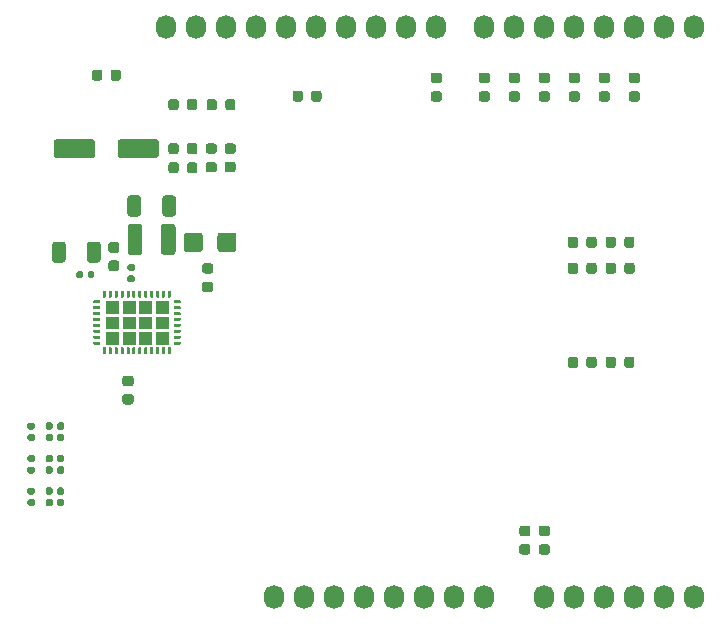
<source format=gbr>
%TF.GenerationSoftware,KiCad,Pcbnew,(5.1.9)-1*%
%TF.CreationDate,2021-05-13T12:35:02+02:00*%
%TF.ProjectId,Driverino-Shield,44726976-6572-4696-9e6f-2d536869656c,rev?*%
%TF.SameCoordinates,Original*%
%TF.FileFunction,Paste,Top*%
%TF.FilePolarity,Positive*%
%FSLAX46Y46*%
G04 Gerber Fmt 4.6, Leading zero omitted, Abs format (unit mm)*
G04 Created by KiCad (PCBNEW (5.1.9)-1) date 2021-05-13 12:35:02*
%MOMM*%
%LPD*%
G01*
G04 APERTURE LIST*
%ADD10C,0.100000*%
%ADD11O,1.727200X2.032000*%
G04 APERTURE END LIST*
D10*
%TO.C,U1*%
G36*
X124698000Y-101065000D02*
G01*
X124698000Y-100065000D01*
X125698000Y-100065000D01*
X125698000Y-101065000D01*
X124698000Y-101065000D01*
G37*
X124698000Y-101065000D02*
X124698000Y-100065000D01*
X125698000Y-100065000D01*
X125698000Y-101065000D01*
X124698000Y-101065000D01*
G36*
X124698000Y-99765000D02*
G01*
X124698000Y-98765000D01*
X125698000Y-98765000D01*
X125698000Y-99765000D01*
X124698000Y-99765000D01*
G37*
X124698000Y-99765000D02*
X124698000Y-98765000D01*
X125698000Y-98765000D01*
X125698000Y-99765000D01*
X124698000Y-99765000D01*
G36*
X124698000Y-102365000D02*
G01*
X124698000Y-101365000D01*
X125698000Y-101365000D01*
X125698000Y-102365000D01*
X124698000Y-102365000D01*
G37*
X124698000Y-102365000D02*
X124698000Y-101365000D01*
X125698000Y-101365000D01*
X125698000Y-102365000D01*
X124698000Y-102365000D01*
G36*
X126098000Y-99765000D02*
G01*
X126098000Y-98765000D01*
X127098000Y-98765000D01*
X127098000Y-99765000D01*
X126098000Y-99765000D01*
G37*
X126098000Y-99765000D02*
X126098000Y-98765000D01*
X127098000Y-98765000D01*
X127098000Y-99765000D01*
X126098000Y-99765000D01*
G36*
X126098000Y-101065000D02*
G01*
X126098000Y-100065000D01*
X127098000Y-100065000D01*
X127098000Y-101065000D01*
X126098000Y-101065000D01*
G37*
X126098000Y-101065000D02*
X126098000Y-100065000D01*
X127098000Y-100065000D01*
X127098000Y-101065000D01*
X126098000Y-101065000D01*
G36*
X126098000Y-102365000D02*
G01*
X126098000Y-101365000D01*
X127098000Y-101365000D01*
X127098000Y-102365000D01*
X126098000Y-102365000D01*
G37*
X126098000Y-102365000D02*
X126098000Y-101365000D01*
X127098000Y-101365000D01*
X127098000Y-102365000D01*
X126098000Y-102365000D01*
G36*
X127498000Y-99765000D02*
G01*
X127498000Y-98765000D01*
X128498000Y-98765000D01*
X128498000Y-99765000D01*
X127498000Y-99765000D01*
G37*
X127498000Y-99765000D02*
X127498000Y-98765000D01*
X128498000Y-98765000D01*
X128498000Y-99765000D01*
X127498000Y-99765000D01*
G36*
X127498000Y-101065000D02*
G01*
X127498000Y-100065000D01*
X128498000Y-100065000D01*
X128498000Y-101065000D01*
X127498000Y-101065000D01*
G37*
X127498000Y-101065000D02*
X127498000Y-100065000D01*
X128498000Y-100065000D01*
X128498000Y-101065000D01*
X127498000Y-101065000D01*
G36*
X127498000Y-102365000D02*
G01*
X127498000Y-101365000D01*
X128498000Y-101365000D01*
X128498000Y-102365000D01*
X127498000Y-102365000D01*
G37*
X127498000Y-102365000D02*
X127498000Y-101365000D01*
X128498000Y-101365000D01*
X128498000Y-102365000D01*
X127498000Y-102365000D01*
G36*
X128898000Y-102365000D02*
G01*
X128898000Y-101365000D01*
X129898000Y-101365000D01*
X129898000Y-102365000D01*
X128898000Y-102365000D01*
G37*
X128898000Y-102365000D02*
X128898000Y-101365000D01*
X129898000Y-101365000D01*
X129898000Y-102365000D01*
X128898000Y-102365000D01*
G36*
X128898000Y-99765000D02*
G01*
X128898000Y-98765000D01*
X129898000Y-98765000D01*
X129898000Y-99765000D01*
X128898000Y-99765000D01*
G37*
X128898000Y-99765000D02*
X128898000Y-98765000D01*
X129898000Y-98765000D01*
X129898000Y-99765000D01*
X128898000Y-99765000D01*
G36*
X128898000Y-101065000D02*
G01*
X128898000Y-100065000D01*
X129898000Y-100065000D01*
X129898000Y-101065000D01*
X128898000Y-101065000D01*
G37*
X128898000Y-101065000D02*
X128898000Y-100065000D01*
X129898000Y-100065000D01*
X129898000Y-101065000D01*
X128898000Y-101065000D01*
%TD*%
%TO.C,F1*%
G36*
G01*
X132873000Y-93212000D02*
X132873000Y-94362000D01*
G75*
G02*
X132623000Y-94612000I-250000J0D01*
G01*
X131523000Y-94612000D01*
G75*
G02*
X131273000Y-94362000I0J250000D01*
G01*
X131273000Y-93212000D01*
G75*
G02*
X131523000Y-92962000I250000J0D01*
G01*
X132623000Y-92962000D01*
G75*
G02*
X132873000Y-93212000I0J-250000D01*
G01*
G37*
G36*
G01*
X135723000Y-93212000D02*
X135723000Y-94362000D01*
G75*
G02*
X135473000Y-94612000I-250000J0D01*
G01*
X134373000Y-94612000D01*
G75*
G02*
X134123000Y-94362000I0J250000D01*
G01*
X134123000Y-93212000D01*
G75*
G02*
X134373000Y-92962000I250000J0D01*
G01*
X135473000Y-92962000D01*
G75*
G02*
X135723000Y-93212000I0J-250000D01*
G01*
G37*
%TD*%
%TO.C,R23*%
G36*
G01*
X120537500Y-115988500D02*
X120537500Y-115643500D01*
G75*
G02*
X120685000Y-115496000I147500J0D01*
G01*
X120980000Y-115496000D01*
G75*
G02*
X121127500Y-115643500I0J-147500D01*
G01*
X121127500Y-115988500D01*
G75*
G02*
X120980000Y-116136000I-147500J0D01*
G01*
X120685000Y-116136000D01*
G75*
G02*
X120537500Y-115988500I0J147500D01*
G01*
G37*
G36*
G01*
X119567500Y-115988500D02*
X119567500Y-115643500D01*
G75*
G02*
X119715000Y-115496000I147500J0D01*
G01*
X120010000Y-115496000D01*
G75*
G02*
X120157500Y-115643500I0J-147500D01*
G01*
X120157500Y-115988500D01*
G75*
G02*
X120010000Y-116136000I-147500J0D01*
G01*
X119715000Y-116136000D01*
G75*
G02*
X119567500Y-115988500I0J147500D01*
G01*
G37*
%TD*%
%TO.C,R22*%
G36*
G01*
X120537500Y-115018500D02*
X120537500Y-114673500D01*
G75*
G02*
X120685000Y-114526000I147500J0D01*
G01*
X120980000Y-114526000D01*
G75*
G02*
X121127500Y-114673500I0J-147500D01*
G01*
X121127500Y-115018500D01*
G75*
G02*
X120980000Y-115166000I-147500J0D01*
G01*
X120685000Y-115166000D01*
G75*
G02*
X120537500Y-115018500I0J147500D01*
G01*
G37*
G36*
G01*
X119567500Y-115018500D02*
X119567500Y-114673500D01*
G75*
G02*
X119715000Y-114526000I147500J0D01*
G01*
X120010000Y-114526000D01*
G75*
G02*
X120157500Y-114673500I0J-147500D01*
G01*
X120157500Y-115018500D01*
G75*
G02*
X120010000Y-115166000I-147500J0D01*
G01*
X119715000Y-115166000D01*
G75*
G02*
X119567500Y-115018500I0J147500D01*
G01*
G37*
%TD*%
%TO.C,U1*%
G36*
G01*
X129923000Y-98415000D02*
X129923000Y-97915000D01*
G75*
G02*
X129973000Y-97865000I50000J0D01*
G01*
X130123000Y-97865000D01*
G75*
G02*
X130173000Y-97915000I0J-50000D01*
G01*
X130173000Y-98415000D01*
G75*
G02*
X130123000Y-98465000I-50000J0D01*
G01*
X129973000Y-98465000D01*
G75*
G02*
X129923000Y-98415000I0J50000D01*
G01*
G37*
G36*
G01*
X129423000Y-98415000D02*
X129423000Y-97915000D01*
G75*
G02*
X129473000Y-97865000I50000J0D01*
G01*
X129623000Y-97865000D01*
G75*
G02*
X129673000Y-97915000I0J-50000D01*
G01*
X129673000Y-98415000D01*
G75*
G02*
X129623000Y-98465000I-50000J0D01*
G01*
X129473000Y-98465000D01*
G75*
G02*
X129423000Y-98415000I0J50000D01*
G01*
G37*
G36*
G01*
X128923000Y-98415000D02*
X128923000Y-97915000D01*
G75*
G02*
X128973000Y-97865000I50000J0D01*
G01*
X129123000Y-97865000D01*
G75*
G02*
X129173000Y-97915000I0J-50000D01*
G01*
X129173000Y-98415000D01*
G75*
G02*
X129123000Y-98465000I-50000J0D01*
G01*
X128973000Y-98465000D01*
G75*
G02*
X128923000Y-98415000I0J50000D01*
G01*
G37*
G36*
G01*
X128423000Y-98415000D02*
X128423000Y-97915000D01*
G75*
G02*
X128473000Y-97865000I50000J0D01*
G01*
X128623000Y-97865000D01*
G75*
G02*
X128673000Y-97915000I0J-50000D01*
G01*
X128673000Y-98415000D01*
G75*
G02*
X128623000Y-98465000I-50000J0D01*
G01*
X128473000Y-98465000D01*
G75*
G02*
X128423000Y-98415000I0J50000D01*
G01*
G37*
G36*
G01*
X127923000Y-98415000D02*
X127923000Y-97915000D01*
G75*
G02*
X127973000Y-97865000I50000J0D01*
G01*
X128123000Y-97865000D01*
G75*
G02*
X128173000Y-97915000I0J-50000D01*
G01*
X128173000Y-98415000D01*
G75*
G02*
X128123000Y-98465000I-50000J0D01*
G01*
X127973000Y-98465000D01*
G75*
G02*
X127923000Y-98415000I0J50000D01*
G01*
G37*
G36*
G01*
X127423000Y-98415000D02*
X127423000Y-97915000D01*
G75*
G02*
X127473000Y-97865000I50000J0D01*
G01*
X127623000Y-97865000D01*
G75*
G02*
X127673000Y-97915000I0J-50000D01*
G01*
X127673000Y-98415000D01*
G75*
G02*
X127623000Y-98465000I-50000J0D01*
G01*
X127473000Y-98465000D01*
G75*
G02*
X127423000Y-98415000I0J50000D01*
G01*
G37*
G36*
G01*
X126923000Y-98415000D02*
X126923000Y-97915000D01*
G75*
G02*
X126973000Y-97865000I50000J0D01*
G01*
X127123000Y-97865000D01*
G75*
G02*
X127173000Y-97915000I0J-50000D01*
G01*
X127173000Y-98415000D01*
G75*
G02*
X127123000Y-98465000I-50000J0D01*
G01*
X126973000Y-98465000D01*
G75*
G02*
X126923000Y-98415000I0J50000D01*
G01*
G37*
G36*
G01*
X126423000Y-98415000D02*
X126423000Y-97915000D01*
G75*
G02*
X126473000Y-97865000I50000J0D01*
G01*
X126623000Y-97865000D01*
G75*
G02*
X126673000Y-97915000I0J-50000D01*
G01*
X126673000Y-98415000D01*
G75*
G02*
X126623000Y-98465000I-50000J0D01*
G01*
X126473000Y-98465000D01*
G75*
G02*
X126423000Y-98415000I0J50000D01*
G01*
G37*
G36*
G01*
X125923000Y-98415000D02*
X125923000Y-97915000D01*
G75*
G02*
X125973000Y-97865000I50000J0D01*
G01*
X126123000Y-97865000D01*
G75*
G02*
X126173000Y-97915000I0J-50000D01*
G01*
X126173000Y-98415000D01*
G75*
G02*
X126123000Y-98465000I-50000J0D01*
G01*
X125973000Y-98465000D01*
G75*
G02*
X125923000Y-98415000I0J50000D01*
G01*
G37*
G36*
G01*
X125423000Y-98415000D02*
X125423000Y-97915000D01*
G75*
G02*
X125473000Y-97865000I50000J0D01*
G01*
X125623000Y-97865000D01*
G75*
G02*
X125673000Y-97915000I0J-50000D01*
G01*
X125673000Y-98415000D01*
G75*
G02*
X125623000Y-98465000I-50000J0D01*
G01*
X125473000Y-98465000D01*
G75*
G02*
X125423000Y-98415000I0J50000D01*
G01*
G37*
G36*
G01*
X124923000Y-98415000D02*
X124923000Y-97915000D01*
G75*
G02*
X124973000Y-97865000I50000J0D01*
G01*
X125123000Y-97865000D01*
G75*
G02*
X125173000Y-97915000I0J-50000D01*
G01*
X125173000Y-98415000D01*
G75*
G02*
X125123000Y-98465000I-50000J0D01*
G01*
X124973000Y-98465000D01*
G75*
G02*
X124923000Y-98415000I0J50000D01*
G01*
G37*
G36*
G01*
X124423000Y-98415000D02*
X124423000Y-97915000D01*
G75*
G02*
X124473000Y-97865000I50000J0D01*
G01*
X124623000Y-97865000D01*
G75*
G02*
X124673000Y-97915000I0J-50000D01*
G01*
X124673000Y-98415000D01*
G75*
G02*
X124623000Y-98465000I-50000J0D01*
G01*
X124473000Y-98465000D01*
G75*
G02*
X124423000Y-98415000I0J50000D01*
G01*
G37*
G36*
G01*
X124148000Y-98940000D02*
X123648000Y-98940000D01*
G75*
G02*
X123598000Y-98890000I0J50000D01*
G01*
X123598000Y-98740000D01*
G75*
G02*
X123648000Y-98690000I50000J0D01*
G01*
X124148000Y-98690000D01*
G75*
G02*
X124198000Y-98740000I0J-50000D01*
G01*
X124198000Y-98890000D01*
G75*
G02*
X124148000Y-98940000I-50000J0D01*
G01*
G37*
G36*
G01*
X124148000Y-99440000D02*
X123648000Y-99440000D01*
G75*
G02*
X123598000Y-99390000I0J50000D01*
G01*
X123598000Y-99240000D01*
G75*
G02*
X123648000Y-99190000I50000J0D01*
G01*
X124148000Y-99190000D01*
G75*
G02*
X124198000Y-99240000I0J-50000D01*
G01*
X124198000Y-99390000D01*
G75*
G02*
X124148000Y-99440000I-50000J0D01*
G01*
G37*
G36*
G01*
X124148000Y-99940000D02*
X123648000Y-99940000D01*
G75*
G02*
X123598000Y-99890000I0J50000D01*
G01*
X123598000Y-99740000D01*
G75*
G02*
X123648000Y-99690000I50000J0D01*
G01*
X124148000Y-99690000D01*
G75*
G02*
X124198000Y-99740000I0J-50000D01*
G01*
X124198000Y-99890000D01*
G75*
G02*
X124148000Y-99940000I-50000J0D01*
G01*
G37*
G36*
G01*
X124148000Y-100440000D02*
X123648000Y-100440000D01*
G75*
G02*
X123598000Y-100390000I0J50000D01*
G01*
X123598000Y-100240000D01*
G75*
G02*
X123648000Y-100190000I50000J0D01*
G01*
X124148000Y-100190000D01*
G75*
G02*
X124198000Y-100240000I0J-50000D01*
G01*
X124198000Y-100390000D01*
G75*
G02*
X124148000Y-100440000I-50000J0D01*
G01*
G37*
G36*
G01*
X124148000Y-100940000D02*
X123648000Y-100940000D01*
G75*
G02*
X123598000Y-100890000I0J50000D01*
G01*
X123598000Y-100740000D01*
G75*
G02*
X123648000Y-100690000I50000J0D01*
G01*
X124148000Y-100690000D01*
G75*
G02*
X124198000Y-100740000I0J-50000D01*
G01*
X124198000Y-100890000D01*
G75*
G02*
X124148000Y-100940000I-50000J0D01*
G01*
G37*
G36*
G01*
X124148000Y-101440000D02*
X123648000Y-101440000D01*
G75*
G02*
X123598000Y-101390000I0J50000D01*
G01*
X123598000Y-101240000D01*
G75*
G02*
X123648000Y-101190000I50000J0D01*
G01*
X124148000Y-101190000D01*
G75*
G02*
X124198000Y-101240000I0J-50000D01*
G01*
X124198000Y-101390000D01*
G75*
G02*
X124148000Y-101440000I-50000J0D01*
G01*
G37*
G36*
G01*
X124148000Y-101940000D02*
X123648000Y-101940000D01*
G75*
G02*
X123598000Y-101890000I0J50000D01*
G01*
X123598000Y-101740000D01*
G75*
G02*
X123648000Y-101690000I50000J0D01*
G01*
X124148000Y-101690000D01*
G75*
G02*
X124198000Y-101740000I0J-50000D01*
G01*
X124198000Y-101890000D01*
G75*
G02*
X124148000Y-101940000I-50000J0D01*
G01*
G37*
G36*
G01*
X124148000Y-102440000D02*
X123648000Y-102440000D01*
G75*
G02*
X123598000Y-102390000I0J50000D01*
G01*
X123598000Y-102240000D01*
G75*
G02*
X123648000Y-102190000I50000J0D01*
G01*
X124148000Y-102190000D01*
G75*
G02*
X124198000Y-102240000I0J-50000D01*
G01*
X124198000Y-102390000D01*
G75*
G02*
X124148000Y-102440000I-50000J0D01*
G01*
G37*
G36*
G01*
X124423000Y-103215000D02*
X124423000Y-102715000D01*
G75*
G02*
X124473000Y-102665000I50000J0D01*
G01*
X124623000Y-102665000D01*
G75*
G02*
X124673000Y-102715000I0J-50000D01*
G01*
X124673000Y-103215000D01*
G75*
G02*
X124623000Y-103265000I-50000J0D01*
G01*
X124473000Y-103265000D01*
G75*
G02*
X124423000Y-103215000I0J50000D01*
G01*
G37*
G36*
G01*
X124923000Y-103215000D02*
X124923000Y-102715000D01*
G75*
G02*
X124973000Y-102665000I50000J0D01*
G01*
X125123000Y-102665000D01*
G75*
G02*
X125173000Y-102715000I0J-50000D01*
G01*
X125173000Y-103215000D01*
G75*
G02*
X125123000Y-103265000I-50000J0D01*
G01*
X124973000Y-103265000D01*
G75*
G02*
X124923000Y-103215000I0J50000D01*
G01*
G37*
G36*
G01*
X125423000Y-103215000D02*
X125423000Y-102715000D01*
G75*
G02*
X125473000Y-102665000I50000J0D01*
G01*
X125623000Y-102665000D01*
G75*
G02*
X125673000Y-102715000I0J-50000D01*
G01*
X125673000Y-103215000D01*
G75*
G02*
X125623000Y-103265000I-50000J0D01*
G01*
X125473000Y-103265000D01*
G75*
G02*
X125423000Y-103215000I0J50000D01*
G01*
G37*
G36*
G01*
X125923000Y-103215000D02*
X125923000Y-102715000D01*
G75*
G02*
X125973000Y-102665000I50000J0D01*
G01*
X126123000Y-102665000D01*
G75*
G02*
X126173000Y-102715000I0J-50000D01*
G01*
X126173000Y-103215000D01*
G75*
G02*
X126123000Y-103265000I-50000J0D01*
G01*
X125973000Y-103265000D01*
G75*
G02*
X125923000Y-103215000I0J50000D01*
G01*
G37*
G36*
G01*
X126423000Y-103215000D02*
X126423000Y-102715000D01*
G75*
G02*
X126473000Y-102665000I50000J0D01*
G01*
X126623000Y-102665000D01*
G75*
G02*
X126673000Y-102715000I0J-50000D01*
G01*
X126673000Y-103215000D01*
G75*
G02*
X126623000Y-103265000I-50000J0D01*
G01*
X126473000Y-103265000D01*
G75*
G02*
X126423000Y-103215000I0J50000D01*
G01*
G37*
G36*
G01*
X126923000Y-103215000D02*
X126923000Y-102715000D01*
G75*
G02*
X126973000Y-102665000I50000J0D01*
G01*
X127123000Y-102665000D01*
G75*
G02*
X127173000Y-102715000I0J-50000D01*
G01*
X127173000Y-103215000D01*
G75*
G02*
X127123000Y-103265000I-50000J0D01*
G01*
X126973000Y-103265000D01*
G75*
G02*
X126923000Y-103215000I0J50000D01*
G01*
G37*
G36*
G01*
X127423000Y-103215000D02*
X127423000Y-102715000D01*
G75*
G02*
X127473000Y-102665000I50000J0D01*
G01*
X127623000Y-102665000D01*
G75*
G02*
X127673000Y-102715000I0J-50000D01*
G01*
X127673000Y-103215000D01*
G75*
G02*
X127623000Y-103265000I-50000J0D01*
G01*
X127473000Y-103265000D01*
G75*
G02*
X127423000Y-103215000I0J50000D01*
G01*
G37*
G36*
G01*
X127923000Y-103215000D02*
X127923000Y-102715000D01*
G75*
G02*
X127973000Y-102665000I50000J0D01*
G01*
X128123000Y-102665000D01*
G75*
G02*
X128173000Y-102715000I0J-50000D01*
G01*
X128173000Y-103215000D01*
G75*
G02*
X128123000Y-103265000I-50000J0D01*
G01*
X127973000Y-103265000D01*
G75*
G02*
X127923000Y-103215000I0J50000D01*
G01*
G37*
G36*
G01*
X128423000Y-103215000D02*
X128423000Y-102715000D01*
G75*
G02*
X128473000Y-102665000I50000J0D01*
G01*
X128623000Y-102665000D01*
G75*
G02*
X128673000Y-102715000I0J-50000D01*
G01*
X128673000Y-103215000D01*
G75*
G02*
X128623000Y-103265000I-50000J0D01*
G01*
X128473000Y-103265000D01*
G75*
G02*
X128423000Y-103215000I0J50000D01*
G01*
G37*
G36*
G01*
X128923000Y-103215000D02*
X128923000Y-102715000D01*
G75*
G02*
X128973000Y-102665000I50000J0D01*
G01*
X129123000Y-102665000D01*
G75*
G02*
X129173000Y-102715000I0J-50000D01*
G01*
X129173000Y-103215000D01*
G75*
G02*
X129123000Y-103265000I-50000J0D01*
G01*
X128973000Y-103265000D01*
G75*
G02*
X128923000Y-103215000I0J50000D01*
G01*
G37*
G36*
G01*
X129423000Y-103215000D02*
X129423000Y-102715000D01*
G75*
G02*
X129473000Y-102665000I50000J0D01*
G01*
X129623000Y-102665000D01*
G75*
G02*
X129673000Y-102715000I0J-50000D01*
G01*
X129673000Y-103215000D01*
G75*
G02*
X129623000Y-103265000I-50000J0D01*
G01*
X129473000Y-103265000D01*
G75*
G02*
X129423000Y-103215000I0J50000D01*
G01*
G37*
G36*
G01*
X129923000Y-103215000D02*
X129923000Y-102715000D01*
G75*
G02*
X129973000Y-102665000I50000J0D01*
G01*
X130123000Y-102665000D01*
G75*
G02*
X130173000Y-102715000I0J-50000D01*
G01*
X130173000Y-103215000D01*
G75*
G02*
X130123000Y-103265000I-50000J0D01*
G01*
X129973000Y-103265000D01*
G75*
G02*
X129923000Y-103215000I0J50000D01*
G01*
G37*
G36*
G01*
X130948000Y-102440000D02*
X130448000Y-102440000D01*
G75*
G02*
X130398000Y-102390000I0J50000D01*
G01*
X130398000Y-102240000D01*
G75*
G02*
X130448000Y-102190000I50000J0D01*
G01*
X130948000Y-102190000D01*
G75*
G02*
X130998000Y-102240000I0J-50000D01*
G01*
X130998000Y-102390000D01*
G75*
G02*
X130948000Y-102440000I-50000J0D01*
G01*
G37*
G36*
G01*
X130948000Y-101940000D02*
X130448000Y-101940000D01*
G75*
G02*
X130398000Y-101890000I0J50000D01*
G01*
X130398000Y-101740000D01*
G75*
G02*
X130448000Y-101690000I50000J0D01*
G01*
X130948000Y-101690000D01*
G75*
G02*
X130998000Y-101740000I0J-50000D01*
G01*
X130998000Y-101890000D01*
G75*
G02*
X130948000Y-101940000I-50000J0D01*
G01*
G37*
G36*
G01*
X130948000Y-101440000D02*
X130448000Y-101440000D01*
G75*
G02*
X130398000Y-101390000I0J50000D01*
G01*
X130398000Y-101240000D01*
G75*
G02*
X130448000Y-101190000I50000J0D01*
G01*
X130948000Y-101190000D01*
G75*
G02*
X130998000Y-101240000I0J-50000D01*
G01*
X130998000Y-101390000D01*
G75*
G02*
X130948000Y-101440000I-50000J0D01*
G01*
G37*
G36*
G01*
X130948000Y-100940000D02*
X130448000Y-100940000D01*
G75*
G02*
X130398000Y-100890000I0J50000D01*
G01*
X130398000Y-100740000D01*
G75*
G02*
X130448000Y-100690000I50000J0D01*
G01*
X130948000Y-100690000D01*
G75*
G02*
X130998000Y-100740000I0J-50000D01*
G01*
X130998000Y-100890000D01*
G75*
G02*
X130948000Y-100940000I-50000J0D01*
G01*
G37*
G36*
G01*
X130948000Y-100440000D02*
X130448000Y-100440000D01*
G75*
G02*
X130398000Y-100390000I0J50000D01*
G01*
X130398000Y-100240000D01*
G75*
G02*
X130448000Y-100190000I50000J0D01*
G01*
X130948000Y-100190000D01*
G75*
G02*
X130998000Y-100240000I0J-50000D01*
G01*
X130998000Y-100390000D01*
G75*
G02*
X130948000Y-100440000I-50000J0D01*
G01*
G37*
G36*
G01*
X130948000Y-99940000D02*
X130448000Y-99940000D01*
G75*
G02*
X130398000Y-99890000I0J50000D01*
G01*
X130398000Y-99740000D01*
G75*
G02*
X130448000Y-99690000I50000J0D01*
G01*
X130948000Y-99690000D01*
G75*
G02*
X130998000Y-99740000I0J-50000D01*
G01*
X130998000Y-99890000D01*
G75*
G02*
X130948000Y-99940000I-50000J0D01*
G01*
G37*
G36*
G01*
X130948000Y-99440000D02*
X130448000Y-99440000D01*
G75*
G02*
X130398000Y-99390000I0J50000D01*
G01*
X130398000Y-99240000D01*
G75*
G02*
X130448000Y-99190000I50000J0D01*
G01*
X130948000Y-99190000D01*
G75*
G02*
X130998000Y-99240000I0J-50000D01*
G01*
X130998000Y-99390000D01*
G75*
G02*
X130948000Y-99440000I-50000J0D01*
G01*
G37*
G36*
G01*
X130948000Y-98940000D02*
X130448000Y-98940000D01*
G75*
G02*
X130398000Y-98890000I0J50000D01*
G01*
X130398000Y-98740000D01*
G75*
G02*
X130448000Y-98690000I50000J0D01*
G01*
X130948000Y-98690000D01*
G75*
G02*
X130998000Y-98740000I0J-50000D01*
G01*
X130998000Y-98890000D01*
G75*
G02*
X130948000Y-98940000I-50000J0D01*
G01*
G37*
%TD*%
%TO.C,C3*%
G36*
G01*
X123074000Y-95265001D02*
X123074000Y-93964999D01*
G75*
G02*
X123323999Y-93715000I249999J0D01*
G01*
X123974001Y-93715000D01*
G75*
G02*
X124224000Y-93964999I0J-249999D01*
G01*
X124224000Y-95265001D01*
G75*
G02*
X123974001Y-95515000I-249999J0D01*
G01*
X123323999Y-95515000D01*
G75*
G02*
X123074000Y-95265001I0J249999D01*
G01*
G37*
G36*
G01*
X120124000Y-95265001D02*
X120124000Y-93964999D01*
G75*
G02*
X120373999Y-93715000I249999J0D01*
G01*
X121024001Y-93715000D01*
G75*
G02*
X121274000Y-93964999I0J-249999D01*
G01*
X121274000Y-95265001D01*
G75*
G02*
X121024001Y-95515000I-249999J0D01*
G01*
X120373999Y-95515000D01*
G75*
G02*
X120124000Y-95265001I0J249999D01*
G01*
G37*
%TD*%
%TO.C,C4*%
G36*
G01*
X123136000Y-96690000D02*
X123136000Y-96350000D01*
G75*
G02*
X123276000Y-96210000I140000J0D01*
G01*
X123556000Y-96210000D01*
G75*
G02*
X123696000Y-96350000I0J-140000D01*
G01*
X123696000Y-96690000D01*
G75*
G02*
X123556000Y-96830000I-140000J0D01*
G01*
X123276000Y-96830000D01*
G75*
G02*
X123136000Y-96690000I0J140000D01*
G01*
G37*
G36*
G01*
X122176000Y-96690000D02*
X122176000Y-96350000D01*
G75*
G02*
X122316000Y-96210000I140000J0D01*
G01*
X122596000Y-96210000D01*
G75*
G02*
X122736000Y-96350000I0J-140000D01*
G01*
X122736000Y-96690000D01*
G75*
G02*
X122596000Y-96830000I-140000J0D01*
G01*
X122316000Y-96830000D01*
G75*
G02*
X122176000Y-96690000I0J140000D01*
G01*
G37*
%TD*%
D11*
%TO.C,P3*%
X129794000Y-75565000D03*
X132334000Y-75565000D03*
X134874000Y-75565000D03*
X137414000Y-75565000D03*
X139954000Y-75565000D03*
X142494000Y-75565000D03*
X145034000Y-75565000D03*
X147574000Y-75565000D03*
X150114000Y-75565000D03*
X152654000Y-75565000D03*
%TD*%
%TO.C,P1*%
X138938000Y-123825000D03*
X141478000Y-123825000D03*
X144018000Y-123825000D03*
X146558000Y-123825000D03*
X149098000Y-123825000D03*
X151638000Y-123825000D03*
X154178000Y-123825000D03*
X156718000Y-123825000D03*
%TD*%
%TO.C,P2*%
X161798000Y-123825000D03*
X164338000Y-123825000D03*
X166878000Y-123825000D03*
X169418000Y-123825000D03*
X171958000Y-123825000D03*
X174498000Y-123825000D03*
%TD*%
%TO.C,P4*%
X156718000Y-75565000D03*
X159258000Y-75565000D03*
X161798000Y-75565000D03*
X164338000Y-75565000D03*
X166878000Y-75565000D03*
X169418000Y-75565000D03*
X171958000Y-75565000D03*
X174498000Y-75565000D03*
%TD*%
%TO.C,C6*%
G36*
G01*
X126982000Y-96203000D02*
X126637000Y-96203000D01*
G75*
G02*
X126489500Y-96055500I0J147500D01*
G01*
X126489500Y-95760500D01*
G75*
G02*
X126637000Y-95613000I147500J0D01*
G01*
X126982000Y-95613000D01*
G75*
G02*
X127129500Y-95760500I0J-147500D01*
G01*
X127129500Y-96055500D01*
G75*
G02*
X126982000Y-96203000I-147500J0D01*
G01*
G37*
G36*
G01*
X126982000Y-97173000D02*
X126637000Y-97173000D01*
G75*
G02*
X126489500Y-97025500I0J147500D01*
G01*
X126489500Y-96730500D01*
G75*
G02*
X126637000Y-96583000I147500J0D01*
G01*
X126982000Y-96583000D01*
G75*
G02*
X127129500Y-96730500I0J-147500D01*
G01*
X127129500Y-97025500D01*
G75*
G02*
X126982000Y-97173000I-147500J0D01*
G01*
G37*
%TD*%
%TO.C,C12*%
G36*
G01*
X118520000Y-115141000D02*
X118175000Y-115141000D01*
G75*
G02*
X118027500Y-114993500I0J147500D01*
G01*
X118027500Y-114698500D01*
G75*
G02*
X118175000Y-114551000I147500J0D01*
G01*
X118520000Y-114551000D01*
G75*
G02*
X118667500Y-114698500I0J-147500D01*
G01*
X118667500Y-114993500D01*
G75*
G02*
X118520000Y-115141000I-147500J0D01*
G01*
G37*
G36*
G01*
X118520000Y-116111000D02*
X118175000Y-116111000D01*
G75*
G02*
X118027500Y-115963500I0J147500D01*
G01*
X118027500Y-115668500D01*
G75*
G02*
X118175000Y-115521000I147500J0D01*
G01*
X118520000Y-115521000D01*
G75*
G02*
X118667500Y-115668500I0J-147500D01*
G01*
X118667500Y-115963500D01*
G75*
G02*
X118520000Y-116111000I-147500J0D01*
G01*
G37*
%TD*%
%TO.C,R21*%
G36*
G01*
X120537500Y-113234500D02*
X120537500Y-112889500D01*
G75*
G02*
X120685000Y-112742000I147500J0D01*
G01*
X120980000Y-112742000D01*
G75*
G02*
X121127500Y-112889500I0J-147500D01*
G01*
X121127500Y-113234500D01*
G75*
G02*
X120980000Y-113382000I-147500J0D01*
G01*
X120685000Y-113382000D01*
G75*
G02*
X120537500Y-113234500I0J147500D01*
G01*
G37*
G36*
G01*
X119567500Y-113234500D02*
X119567500Y-112889500D01*
G75*
G02*
X119715000Y-112742000I147500J0D01*
G01*
X120010000Y-112742000D01*
G75*
G02*
X120157500Y-112889500I0J-147500D01*
G01*
X120157500Y-113234500D01*
G75*
G02*
X120010000Y-113382000I-147500J0D01*
G01*
X119715000Y-113382000D01*
G75*
G02*
X119567500Y-113234500I0J147500D01*
G01*
G37*
%TD*%
%TO.C,R20*%
G36*
G01*
X120537500Y-112264500D02*
X120537500Y-111919500D01*
G75*
G02*
X120685000Y-111772000I147500J0D01*
G01*
X120980000Y-111772000D01*
G75*
G02*
X121127500Y-111919500I0J-147500D01*
G01*
X121127500Y-112264500D01*
G75*
G02*
X120980000Y-112412000I-147500J0D01*
G01*
X120685000Y-112412000D01*
G75*
G02*
X120537500Y-112264500I0J147500D01*
G01*
G37*
G36*
G01*
X119567500Y-112264500D02*
X119567500Y-111919500D01*
G75*
G02*
X119715000Y-111772000I147500J0D01*
G01*
X120010000Y-111772000D01*
G75*
G02*
X120157500Y-111919500I0J-147500D01*
G01*
X120157500Y-112264500D01*
G75*
G02*
X120010000Y-112412000I-147500J0D01*
G01*
X119715000Y-112412000D01*
G75*
G02*
X119567500Y-112264500I0J147500D01*
G01*
G37*
%TD*%
%TO.C,C11*%
G36*
G01*
X118520000Y-112387000D02*
X118175000Y-112387000D01*
G75*
G02*
X118027500Y-112239500I0J147500D01*
G01*
X118027500Y-111944500D01*
G75*
G02*
X118175000Y-111797000I147500J0D01*
G01*
X118520000Y-111797000D01*
G75*
G02*
X118667500Y-111944500I0J-147500D01*
G01*
X118667500Y-112239500D01*
G75*
G02*
X118520000Y-112387000I-147500J0D01*
G01*
G37*
G36*
G01*
X118520000Y-113357000D02*
X118175000Y-113357000D01*
G75*
G02*
X118027500Y-113209500I0J147500D01*
G01*
X118027500Y-112914500D01*
G75*
G02*
X118175000Y-112767000I147500J0D01*
G01*
X118520000Y-112767000D01*
G75*
G02*
X118667500Y-112914500I0J-147500D01*
G01*
X118667500Y-113209500D01*
G75*
G02*
X118520000Y-113357000I-147500J0D01*
G01*
G37*
%TD*%
%TO.C,R18*%
G36*
G01*
X120537500Y-109510500D02*
X120537500Y-109165500D01*
G75*
G02*
X120685000Y-109018000I147500J0D01*
G01*
X120980000Y-109018000D01*
G75*
G02*
X121127500Y-109165500I0J-147500D01*
G01*
X121127500Y-109510500D01*
G75*
G02*
X120980000Y-109658000I-147500J0D01*
G01*
X120685000Y-109658000D01*
G75*
G02*
X120537500Y-109510500I0J147500D01*
G01*
G37*
G36*
G01*
X119567500Y-109510500D02*
X119567500Y-109165500D01*
G75*
G02*
X119715000Y-109018000I147500J0D01*
G01*
X120010000Y-109018000D01*
G75*
G02*
X120157500Y-109165500I0J-147500D01*
G01*
X120157500Y-109510500D01*
G75*
G02*
X120010000Y-109658000I-147500J0D01*
G01*
X119715000Y-109658000D01*
G75*
G02*
X119567500Y-109510500I0J147500D01*
G01*
G37*
%TD*%
%TO.C,R19*%
G36*
G01*
X120537500Y-110480500D02*
X120537500Y-110135500D01*
G75*
G02*
X120685000Y-109988000I147500J0D01*
G01*
X120980000Y-109988000D01*
G75*
G02*
X121127500Y-110135500I0J-147500D01*
G01*
X121127500Y-110480500D01*
G75*
G02*
X120980000Y-110628000I-147500J0D01*
G01*
X120685000Y-110628000D01*
G75*
G02*
X120537500Y-110480500I0J147500D01*
G01*
G37*
G36*
G01*
X119567500Y-110480500D02*
X119567500Y-110135500D01*
G75*
G02*
X119715000Y-109988000I147500J0D01*
G01*
X120010000Y-109988000D01*
G75*
G02*
X120157500Y-110135500I0J-147500D01*
G01*
X120157500Y-110480500D01*
G75*
G02*
X120010000Y-110628000I-147500J0D01*
G01*
X119715000Y-110628000D01*
G75*
G02*
X119567500Y-110480500I0J147500D01*
G01*
G37*
%TD*%
%TO.C,C10*%
G36*
G01*
X118520000Y-109633000D02*
X118175000Y-109633000D01*
G75*
G02*
X118027500Y-109485500I0J147500D01*
G01*
X118027500Y-109190500D01*
G75*
G02*
X118175000Y-109043000I147500J0D01*
G01*
X118520000Y-109043000D01*
G75*
G02*
X118667500Y-109190500I0J-147500D01*
G01*
X118667500Y-109485500D01*
G75*
G02*
X118520000Y-109633000I-147500J0D01*
G01*
G37*
G36*
G01*
X118520000Y-110603000D02*
X118175000Y-110603000D01*
G75*
G02*
X118027500Y-110455500I0J147500D01*
G01*
X118027500Y-110160500D01*
G75*
G02*
X118175000Y-110013000I147500J0D01*
G01*
X118520000Y-110013000D01*
G75*
G02*
X118667500Y-110160500I0J-147500D01*
G01*
X118667500Y-110455500D01*
G75*
G02*
X118520000Y-110603000I-147500J0D01*
G01*
G37*
%TD*%
%TO.C,C1*%
G36*
G01*
X129449400Y-91353401D02*
X129449400Y-90053399D01*
G75*
G02*
X129699399Y-89803400I249999J0D01*
G01*
X130349401Y-89803400D01*
G75*
G02*
X130599400Y-90053399I0J-249999D01*
G01*
X130599400Y-91353401D01*
G75*
G02*
X130349401Y-91603400I-249999J0D01*
G01*
X129699399Y-91603400D01*
G75*
G02*
X129449400Y-91353401I0J249999D01*
G01*
G37*
G36*
G01*
X126499400Y-91353850D02*
X126499400Y-90052950D01*
G75*
G02*
X126748950Y-89803400I249550J0D01*
G01*
X127399850Y-89803400D01*
G75*
G02*
X127649400Y-90052950I0J-249550D01*
G01*
X127649400Y-91353850D01*
G75*
G02*
X127399850Y-91603400I-249550J0D01*
G01*
X126748950Y-91603400D01*
G75*
G02*
X126499400Y-91353850I0J249550D01*
G01*
G37*
%TD*%
%TO.C,C2*%
G36*
G01*
X123764000Y-85302000D02*
X123764000Y-86402000D01*
G75*
G02*
X123514000Y-86652000I-250000J0D01*
G01*
X120514000Y-86652000D01*
G75*
G02*
X120264000Y-86402000I0J250000D01*
G01*
X120264000Y-85302000D01*
G75*
G02*
X120514000Y-85052000I250000J0D01*
G01*
X123514000Y-85052000D01*
G75*
G02*
X123764000Y-85302000I0J-250000D01*
G01*
G37*
G36*
G01*
X129164000Y-85302000D02*
X129164000Y-86402000D01*
G75*
G02*
X128914000Y-86652000I-250000J0D01*
G01*
X125914000Y-86652000D01*
G75*
G02*
X125664000Y-86402000I0J250000D01*
G01*
X125664000Y-85302000D01*
G75*
G02*
X125914000Y-85052000I250000J0D01*
G01*
X128914000Y-85052000D01*
G75*
G02*
X129164000Y-85302000I0J-250000D01*
G01*
G37*
%TD*%
%TO.C,C5*%
G36*
G01*
X125599000Y-96221000D02*
X125099000Y-96221000D01*
G75*
G02*
X124874000Y-95996000I0J225000D01*
G01*
X124874000Y-95546000D01*
G75*
G02*
X125099000Y-95321000I225000J0D01*
G01*
X125599000Y-95321000D01*
G75*
G02*
X125824000Y-95546000I0J-225000D01*
G01*
X125824000Y-95996000D01*
G75*
G02*
X125599000Y-96221000I-225000J0D01*
G01*
G37*
G36*
G01*
X125599000Y-94671000D02*
X125099000Y-94671000D01*
G75*
G02*
X124874000Y-94446000I0J225000D01*
G01*
X124874000Y-93996000D01*
G75*
G02*
X125099000Y-93771000I225000J0D01*
G01*
X125599000Y-93771000D01*
G75*
G02*
X125824000Y-93996000I0J-225000D01*
G01*
X125824000Y-94446000D01*
G75*
G02*
X125599000Y-94671000I-225000J0D01*
G01*
G37*
%TD*%
%TO.C,C7*%
G36*
G01*
X126298000Y-106624000D02*
X126798000Y-106624000D01*
G75*
G02*
X127023000Y-106849000I0J-225000D01*
G01*
X127023000Y-107299000D01*
G75*
G02*
X126798000Y-107524000I-225000J0D01*
G01*
X126298000Y-107524000D01*
G75*
G02*
X126073000Y-107299000I0J225000D01*
G01*
X126073000Y-106849000D01*
G75*
G02*
X126298000Y-106624000I225000J0D01*
G01*
G37*
G36*
G01*
X126298000Y-105074000D02*
X126798000Y-105074000D01*
G75*
G02*
X127023000Y-105299000I0J-225000D01*
G01*
X127023000Y-105749000D01*
G75*
G02*
X126798000Y-105974000I-225000J0D01*
G01*
X126298000Y-105974000D01*
G75*
G02*
X126073000Y-105749000I0J225000D01*
G01*
X126073000Y-105299000D01*
G75*
G02*
X126298000Y-105074000I225000J0D01*
G01*
G37*
%TD*%
%TO.C,C8*%
G36*
G01*
X135441500Y-87852000D02*
X134941500Y-87852000D01*
G75*
G02*
X134716500Y-87627000I0J225000D01*
G01*
X134716500Y-87177000D01*
G75*
G02*
X134941500Y-86952000I225000J0D01*
G01*
X135441500Y-86952000D01*
G75*
G02*
X135666500Y-87177000I0J-225000D01*
G01*
X135666500Y-87627000D01*
G75*
G02*
X135441500Y-87852000I-225000J0D01*
G01*
G37*
G36*
G01*
X135441500Y-86302000D02*
X134941500Y-86302000D01*
G75*
G02*
X134716500Y-86077000I0J225000D01*
G01*
X134716500Y-85627000D01*
G75*
G02*
X134941500Y-85402000I225000J0D01*
G01*
X135441500Y-85402000D01*
G75*
G02*
X135666500Y-85627000I0J-225000D01*
G01*
X135666500Y-86077000D01*
G75*
G02*
X135441500Y-86302000I-225000J0D01*
G01*
G37*
%TD*%
%TO.C,C9*%
G36*
G01*
X160397000Y-120224000D02*
X159897000Y-120224000D01*
G75*
G02*
X159672000Y-119999000I0J225000D01*
G01*
X159672000Y-119549000D01*
G75*
G02*
X159897000Y-119324000I225000J0D01*
G01*
X160397000Y-119324000D01*
G75*
G02*
X160622000Y-119549000I0J-225000D01*
G01*
X160622000Y-119999000D01*
G75*
G02*
X160397000Y-120224000I-225000J0D01*
G01*
G37*
G36*
G01*
X160397000Y-118674000D02*
X159897000Y-118674000D01*
G75*
G02*
X159672000Y-118449000I0J225000D01*
G01*
X159672000Y-117999000D01*
G75*
G02*
X159897000Y-117774000I225000J0D01*
G01*
X160397000Y-117774000D01*
G75*
G02*
X160622000Y-117999000I0J-225000D01*
G01*
X160622000Y-118449000D01*
G75*
G02*
X160397000Y-118674000I-225000J0D01*
G01*
G37*
%TD*%
%TO.C,D1*%
G36*
G01*
X169436500Y-95730250D02*
X169436500Y-96242750D01*
G75*
G02*
X169217750Y-96461500I-218750J0D01*
G01*
X168780250Y-96461500D01*
G75*
G02*
X168561500Y-96242750I0J218750D01*
G01*
X168561500Y-95730250D01*
G75*
G02*
X168780250Y-95511500I218750J0D01*
G01*
X169217750Y-95511500D01*
G75*
G02*
X169436500Y-95730250I0J-218750D01*
G01*
G37*
G36*
G01*
X167861500Y-95730250D02*
X167861500Y-96242750D01*
G75*
G02*
X167642750Y-96461500I-218750J0D01*
G01*
X167205250Y-96461500D01*
G75*
G02*
X166986500Y-96242750I0J218750D01*
G01*
X166986500Y-95730250D01*
G75*
G02*
X167205250Y-95511500I218750J0D01*
G01*
X167642750Y-95511500D01*
G75*
G02*
X167861500Y-95730250I0J-218750D01*
G01*
G37*
%TD*%
%TO.C,D2*%
G36*
G01*
X167854000Y-93530750D02*
X167854000Y-94043250D01*
G75*
G02*
X167635250Y-94262000I-218750J0D01*
G01*
X167197750Y-94262000D01*
G75*
G02*
X166979000Y-94043250I0J218750D01*
G01*
X166979000Y-93530750D01*
G75*
G02*
X167197750Y-93312000I218750J0D01*
G01*
X167635250Y-93312000D01*
G75*
G02*
X167854000Y-93530750I0J-218750D01*
G01*
G37*
G36*
G01*
X169429000Y-93530750D02*
X169429000Y-94043250D01*
G75*
G02*
X169210250Y-94262000I-218750J0D01*
G01*
X168772750Y-94262000D01*
G75*
G02*
X168554000Y-94043250I0J218750D01*
G01*
X168554000Y-93530750D01*
G75*
G02*
X168772750Y-93312000I218750J0D01*
G01*
X169210250Y-93312000D01*
G75*
G02*
X169429000Y-93530750I0J-218750D01*
G01*
G37*
%TD*%
%TO.C,D3*%
G36*
G01*
X134072000Y-81868250D02*
X134072000Y-82380750D01*
G75*
G02*
X133853250Y-82599500I-218750J0D01*
G01*
X133415750Y-82599500D01*
G75*
G02*
X133197000Y-82380750I0J218750D01*
G01*
X133197000Y-81868250D01*
G75*
G02*
X133415750Y-81649500I218750J0D01*
G01*
X133853250Y-81649500D01*
G75*
G02*
X134072000Y-81868250I0J-218750D01*
G01*
G37*
G36*
G01*
X135647000Y-81868250D02*
X135647000Y-82380750D01*
G75*
G02*
X135428250Y-82599500I-218750J0D01*
G01*
X134990750Y-82599500D01*
G75*
G02*
X134772000Y-82380750I0J218750D01*
G01*
X134772000Y-81868250D01*
G75*
G02*
X134990750Y-81649500I218750J0D01*
G01*
X135428250Y-81649500D01*
G75*
G02*
X135647000Y-81868250I0J-218750D01*
G01*
G37*
%TD*%
%TO.C,D4*%
G36*
G01*
X169429000Y-103693250D02*
X169429000Y-104205750D01*
G75*
G02*
X169210250Y-104424500I-218750J0D01*
G01*
X168772750Y-104424500D01*
G75*
G02*
X168554000Y-104205750I0J218750D01*
G01*
X168554000Y-103693250D01*
G75*
G02*
X168772750Y-103474500I218750J0D01*
G01*
X169210250Y-103474500D01*
G75*
G02*
X169429000Y-103693250I0J-218750D01*
G01*
G37*
G36*
G01*
X167854000Y-103693250D02*
X167854000Y-104205750D01*
G75*
G02*
X167635250Y-104424500I-218750J0D01*
G01*
X167197750Y-104424500D01*
G75*
G02*
X166979000Y-104205750I0J218750D01*
G01*
X166979000Y-103693250D01*
G75*
G02*
X167197750Y-103474500I218750J0D01*
G01*
X167635250Y-103474500D01*
G75*
G02*
X167854000Y-103693250I0J-218750D01*
G01*
G37*
%TD*%
%TO.C,D5*%
G36*
G01*
X133860250Y-87864500D02*
X133347750Y-87864500D01*
G75*
G02*
X133129000Y-87645750I0J218750D01*
G01*
X133129000Y-87208250D01*
G75*
G02*
X133347750Y-86989500I218750J0D01*
G01*
X133860250Y-86989500D01*
G75*
G02*
X134079000Y-87208250I0J-218750D01*
G01*
X134079000Y-87645750D01*
G75*
G02*
X133860250Y-87864500I-218750J0D01*
G01*
G37*
G36*
G01*
X133860250Y-86289500D02*
X133347750Y-86289500D01*
G75*
G02*
X133129000Y-86070750I0J218750D01*
G01*
X133129000Y-85633250D01*
G75*
G02*
X133347750Y-85414500I218750J0D01*
G01*
X133860250Y-85414500D01*
G75*
G02*
X134079000Y-85633250I0J-218750D01*
G01*
X134079000Y-86070750D01*
G75*
G02*
X133860250Y-86289500I-218750J0D01*
G01*
G37*
%TD*%
%TO.C,L1*%
G36*
G01*
X130573000Y-92458000D02*
X130573000Y-94608000D01*
G75*
G02*
X130323000Y-94858000I-250000J0D01*
G01*
X129573000Y-94858000D01*
G75*
G02*
X129323000Y-94608000I0J250000D01*
G01*
X129323000Y-92458000D01*
G75*
G02*
X129573000Y-92208000I250000J0D01*
G01*
X130323000Y-92208000D01*
G75*
G02*
X130573000Y-92458000I0J-250000D01*
G01*
G37*
G36*
G01*
X127773000Y-92458000D02*
X127773000Y-94608000D01*
G75*
G02*
X127523000Y-94858000I-250000J0D01*
G01*
X126773000Y-94858000D01*
G75*
G02*
X126523000Y-94608000I0J250000D01*
G01*
X126523000Y-92458000D01*
G75*
G02*
X126773000Y-92208000I250000J0D01*
G01*
X127523000Y-92208000D01*
G75*
G02*
X127773000Y-92458000I0J-250000D01*
G01*
G37*
%TD*%
%TO.C,R1*%
G36*
G01*
X165348000Y-96242750D02*
X165348000Y-95730250D01*
G75*
G02*
X165566750Y-95511500I218750J0D01*
G01*
X166004250Y-95511500D01*
G75*
G02*
X166223000Y-95730250I0J-218750D01*
G01*
X166223000Y-96242750D01*
G75*
G02*
X166004250Y-96461500I-218750J0D01*
G01*
X165566750Y-96461500D01*
G75*
G02*
X165348000Y-96242750I0J218750D01*
G01*
G37*
G36*
G01*
X163773000Y-96242750D02*
X163773000Y-95730250D01*
G75*
G02*
X163991750Y-95511500I218750J0D01*
G01*
X164429250Y-95511500D01*
G75*
G02*
X164648000Y-95730250I0J-218750D01*
G01*
X164648000Y-96242750D01*
G75*
G02*
X164429250Y-96461500I-218750J0D01*
G01*
X163991750Y-96461500D01*
G75*
G02*
X163773000Y-96242750I0J218750D01*
G01*
G37*
%TD*%
%TO.C,R2*%
G36*
G01*
X133030250Y-95549000D02*
X133542750Y-95549000D01*
G75*
G02*
X133761500Y-95767750I0J-218750D01*
G01*
X133761500Y-96205250D01*
G75*
G02*
X133542750Y-96424000I-218750J0D01*
G01*
X133030250Y-96424000D01*
G75*
G02*
X132811500Y-96205250I0J218750D01*
G01*
X132811500Y-95767750D01*
G75*
G02*
X133030250Y-95549000I218750J0D01*
G01*
G37*
G36*
G01*
X133030250Y-97124000D02*
X133542750Y-97124000D01*
G75*
G02*
X133761500Y-97342750I0J-218750D01*
G01*
X133761500Y-97780250D01*
G75*
G02*
X133542750Y-97999000I-218750J0D01*
G01*
X133030250Y-97999000D01*
G75*
G02*
X132811500Y-97780250I0J218750D01*
G01*
X132811500Y-97342750D01*
G75*
G02*
X133030250Y-97124000I218750J0D01*
G01*
G37*
%TD*%
%TO.C,R3*%
G36*
G01*
X163773000Y-94043250D02*
X163773000Y-93530750D01*
G75*
G02*
X163991750Y-93312000I218750J0D01*
G01*
X164429250Y-93312000D01*
G75*
G02*
X164648000Y-93530750I0J-218750D01*
G01*
X164648000Y-94043250D01*
G75*
G02*
X164429250Y-94262000I-218750J0D01*
G01*
X163991750Y-94262000D01*
G75*
G02*
X163773000Y-94043250I0J218750D01*
G01*
G37*
G36*
G01*
X165348000Y-94043250D02*
X165348000Y-93530750D01*
G75*
G02*
X165566750Y-93312000I218750J0D01*
G01*
X166004250Y-93312000D01*
G75*
G02*
X166223000Y-93530750I0J-218750D01*
G01*
X166223000Y-94043250D01*
G75*
G02*
X166004250Y-94262000I-218750J0D01*
G01*
X165566750Y-94262000D01*
G75*
G02*
X165348000Y-94043250I0J218750D01*
G01*
G37*
%TD*%
%TO.C,R4*%
G36*
G01*
X131538000Y-82380750D02*
X131538000Y-81868250D01*
G75*
G02*
X131756750Y-81649500I218750J0D01*
G01*
X132194250Y-81649500D01*
G75*
G02*
X132413000Y-81868250I0J-218750D01*
G01*
X132413000Y-82380750D01*
G75*
G02*
X132194250Y-82599500I-218750J0D01*
G01*
X131756750Y-82599500D01*
G75*
G02*
X131538000Y-82380750I0J218750D01*
G01*
G37*
G36*
G01*
X129963000Y-82380750D02*
X129963000Y-81868250D01*
G75*
G02*
X130181750Y-81649500I218750J0D01*
G01*
X130619250Y-81649500D01*
G75*
G02*
X130838000Y-81868250I0J-218750D01*
G01*
X130838000Y-82380750D01*
G75*
G02*
X130619250Y-82599500I-218750J0D01*
G01*
X130181750Y-82599500D01*
G75*
G02*
X129963000Y-82380750I0J218750D01*
G01*
G37*
%TD*%
%TO.C,R5*%
G36*
G01*
X163773000Y-104205750D02*
X163773000Y-103693250D01*
G75*
G02*
X163991750Y-103474500I218750J0D01*
G01*
X164429250Y-103474500D01*
G75*
G02*
X164648000Y-103693250I0J-218750D01*
G01*
X164648000Y-104205750D01*
G75*
G02*
X164429250Y-104424500I-218750J0D01*
G01*
X163991750Y-104424500D01*
G75*
G02*
X163773000Y-104205750I0J218750D01*
G01*
G37*
G36*
G01*
X165348000Y-104205750D02*
X165348000Y-103693250D01*
G75*
G02*
X165566750Y-103474500I218750J0D01*
G01*
X166004250Y-103474500D01*
G75*
G02*
X166223000Y-103693250I0J-218750D01*
G01*
X166223000Y-104205750D01*
G75*
G02*
X166004250Y-104424500I-218750J0D01*
G01*
X165566750Y-104424500D01*
G75*
G02*
X165348000Y-104205750I0J218750D01*
G01*
G37*
%TD*%
%TO.C,R6*%
G36*
G01*
X140481500Y-81663250D02*
X140481500Y-81150750D01*
G75*
G02*
X140700250Y-80932000I218750J0D01*
G01*
X141137750Y-80932000D01*
G75*
G02*
X141356500Y-81150750I0J-218750D01*
G01*
X141356500Y-81663250D01*
G75*
G02*
X141137750Y-81882000I-218750J0D01*
G01*
X140700250Y-81882000D01*
G75*
G02*
X140481500Y-81663250I0J218750D01*
G01*
G37*
G36*
G01*
X142056500Y-81663250D02*
X142056500Y-81150750D01*
G75*
G02*
X142275250Y-80932000I218750J0D01*
G01*
X142712750Y-80932000D01*
G75*
G02*
X142931500Y-81150750I0J-218750D01*
G01*
X142931500Y-81663250D01*
G75*
G02*
X142712750Y-81882000I-218750J0D01*
G01*
X142275250Y-81882000D01*
G75*
G02*
X142056500Y-81663250I0J218750D01*
G01*
G37*
%TD*%
%TO.C,R7*%
G36*
G01*
X130838000Y-85595750D02*
X130838000Y-86108250D01*
G75*
G02*
X130619250Y-86327000I-218750J0D01*
G01*
X130181750Y-86327000D01*
G75*
G02*
X129963000Y-86108250I0J218750D01*
G01*
X129963000Y-85595750D01*
G75*
G02*
X130181750Y-85377000I218750J0D01*
G01*
X130619250Y-85377000D01*
G75*
G02*
X130838000Y-85595750I0J-218750D01*
G01*
G37*
G36*
G01*
X132413000Y-85595750D02*
X132413000Y-86108250D01*
G75*
G02*
X132194250Y-86327000I-218750J0D01*
G01*
X131756750Y-86327000D01*
G75*
G02*
X131538000Y-86108250I0J218750D01*
G01*
X131538000Y-85595750D01*
G75*
G02*
X131756750Y-85377000I218750J0D01*
G01*
X132194250Y-85377000D01*
G75*
G02*
X132413000Y-85595750I0J-218750D01*
G01*
G37*
%TD*%
%TO.C,R8*%
G36*
G01*
X132416000Y-87221350D02*
X132416000Y-87733850D01*
G75*
G02*
X132197250Y-87952600I-218750J0D01*
G01*
X131759750Y-87952600D01*
G75*
G02*
X131541000Y-87733850I0J218750D01*
G01*
X131541000Y-87221350D01*
G75*
G02*
X131759750Y-87002600I218750J0D01*
G01*
X132197250Y-87002600D01*
G75*
G02*
X132416000Y-87221350I0J-218750D01*
G01*
G37*
G36*
G01*
X130841000Y-87221350D02*
X130841000Y-87733850D01*
G75*
G02*
X130622250Y-87952600I-218750J0D01*
G01*
X130184750Y-87952600D01*
G75*
G02*
X129966000Y-87733850I0J218750D01*
G01*
X129966000Y-87221350D01*
G75*
G02*
X130184750Y-87002600I218750J0D01*
G01*
X130622250Y-87002600D01*
G75*
G02*
X130841000Y-87221350I0J-218750D01*
G01*
G37*
%TD*%
%TO.C,R9*%
G36*
G01*
X164081750Y-79420000D02*
X164594250Y-79420000D01*
G75*
G02*
X164813000Y-79638750I0J-218750D01*
G01*
X164813000Y-80076250D01*
G75*
G02*
X164594250Y-80295000I-218750J0D01*
G01*
X164081750Y-80295000D01*
G75*
G02*
X163863000Y-80076250I0J218750D01*
G01*
X163863000Y-79638750D01*
G75*
G02*
X164081750Y-79420000I218750J0D01*
G01*
G37*
G36*
G01*
X164081750Y-80995000D02*
X164594250Y-80995000D01*
G75*
G02*
X164813000Y-81213750I0J-218750D01*
G01*
X164813000Y-81651250D01*
G75*
G02*
X164594250Y-81870000I-218750J0D01*
G01*
X164081750Y-81870000D01*
G75*
G02*
X163863000Y-81651250I0J218750D01*
G01*
X163863000Y-81213750D01*
G75*
G02*
X164081750Y-80995000I218750J0D01*
G01*
G37*
%TD*%
%TO.C,R10*%
G36*
G01*
X156461750Y-80995000D02*
X156974250Y-80995000D01*
G75*
G02*
X157193000Y-81213750I0J-218750D01*
G01*
X157193000Y-81651250D01*
G75*
G02*
X156974250Y-81870000I-218750J0D01*
G01*
X156461750Y-81870000D01*
G75*
G02*
X156243000Y-81651250I0J218750D01*
G01*
X156243000Y-81213750D01*
G75*
G02*
X156461750Y-80995000I218750J0D01*
G01*
G37*
G36*
G01*
X156461750Y-79420000D02*
X156974250Y-79420000D01*
G75*
G02*
X157193000Y-79638750I0J-218750D01*
G01*
X157193000Y-80076250D01*
G75*
G02*
X156974250Y-80295000I-218750J0D01*
G01*
X156461750Y-80295000D01*
G75*
G02*
X156243000Y-80076250I0J218750D01*
G01*
X156243000Y-79638750D01*
G75*
G02*
X156461750Y-79420000I218750J0D01*
G01*
G37*
%TD*%
%TO.C,R11*%
G36*
G01*
X152397750Y-79420000D02*
X152910250Y-79420000D01*
G75*
G02*
X153129000Y-79638750I0J-218750D01*
G01*
X153129000Y-80076250D01*
G75*
G02*
X152910250Y-80295000I-218750J0D01*
G01*
X152397750Y-80295000D01*
G75*
G02*
X152179000Y-80076250I0J218750D01*
G01*
X152179000Y-79638750D01*
G75*
G02*
X152397750Y-79420000I218750J0D01*
G01*
G37*
G36*
G01*
X152397750Y-80995000D02*
X152910250Y-80995000D01*
G75*
G02*
X153129000Y-81213750I0J-218750D01*
G01*
X153129000Y-81651250D01*
G75*
G02*
X152910250Y-81870000I-218750J0D01*
G01*
X152397750Y-81870000D01*
G75*
G02*
X152179000Y-81651250I0J218750D01*
G01*
X152179000Y-81213750D01*
G75*
G02*
X152397750Y-80995000I218750J0D01*
G01*
G37*
%TD*%
%TO.C,R12*%
G36*
G01*
X159001750Y-80995000D02*
X159514250Y-80995000D01*
G75*
G02*
X159733000Y-81213750I0J-218750D01*
G01*
X159733000Y-81651250D01*
G75*
G02*
X159514250Y-81870000I-218750J0D01*
G01*
X159001750Y-81870000D01*
G75*
G02*
X158783000Y-81651250I0J218750D01*
G01*
X158783000Y-81213750D01*
G75*
G02*
X159001750Y-80995000I218750J0D01*
G01*
G37*
G36*
G01*
X159001750Y-79420000D02*
X159514250Y-79420000D01*
G75*
G02*
X159733000Y-79638750I0J-218750D01*
G01*
X159733000Y-80076250D01*
G75*
G02*
X159514250Y-80295000I-218750J0D01*
G01*
X159001750Y-80295000D01*
G75*
G02*
X158783000Y-80076250I0J218750D01*
G01*
X158783000Y-79638750D01*
G75*
G02*
X159001750Y-79420000I218750J0D01*
G01*
G37*
%TD*%
%TO.C,R13*%
G36*
G01*
X161541750Y-117774000D02*
X162054250Y-117774000D01*
G75*
G02*
X162273000Y-117992750I0J-218750D01*
G01*
X162273000Y-118430250D01*
G75*
G02*
X162054250Y-118649000I-218750J0D01*
G01*
X161541750Y-118649000D01*
G75*
G02*
X161323000Y-118430250I0J218750D01*
G01*
X161323000Y-117992750D01*
G75*
G02*
X161541750Y-117774000I218750J0D01*
G01*
G37*
G36*
G01*
X161541750Y-119349000D02*
X162054250Y-119349000D01*
G75*
G02*
X162273000Y-119567750I0J-218750D01*
G01*
X162273000Y-120005250D01*
G75*
G02*
X162054250Y-120224000I-218750J0D01*
G01*
X161541750Y-120224000D01*
G75*
G02*
X161323000Y-120005250I0J218750D01*
G01*
X161323000Y-119567750D01*
G75*
G02*
X161541750Y-119349000I218750J0D01*
G01*
G37*
%TD*%
%TO.C,R14*%
G36*
G01*
X166621750Y-80995000D02*
X167134250Y-80995000D01*
G75*
G02*
X167353000Y-81213750I0J-218750D01*
G01*
X167353000Y-81651250D01*
G75*
G02*
X167134250Y-81870000I-218750J0D01*
G01*
X166621750Y-81870000D01*
G75*
G02*
X166403000Y-81651250I0J218750D01*
G01*
X166403000Y-81213750D01*
G75*
G02*
X166621750Y-80995000I218750J0D01*
G01*
G37*
G36*
G01*
X166621750Y-79420000D02*
X167134250Y-79420000D01*
G75*
G02*
X167353000Y-79638750I0J-218750D01*
G01*
X167353000Y-80076250D01*
G75*
G02*
X167134250Y-80295000I-218750J0D01*
G01*
X166621750Y-80295000D01*
G75*
G02*
X166403000Y-80076250I0J218750D01*
G01*
X166403000Y-79638750D01*
G75*
G02*
X166621750Y-79420000I218750J0D01*
G01*
G37*
%TD*%
%TO.C,R15*%
G36*
G01*
X169161750Y-80995000D02*
X169674250Y-80995000D01*
G75*
G02*
X169893000Y-81213750I0J-218750D01*
G01*
X169893000Y-81651250D01*
G75*
G02*
X169674250Y-81870000I-218750J0D01*
G01*
X169161750Y-81870000D01*
G75*
G02*
X168943000Y-81651250I0J218750D01*
G01*
X168943000Y-81213750D01*
G75*
G02*
X169161750Y-80995000I218750J0D01*
G01*
G37*
G36*
G01*
X169161750Y-79420000D02*
X169674250Y-79420000D01*
G75*
G02*
X169893000Y-79638750I0J-218750D01*
G01*
X169893000Y-80076250D01*
G75*
G02*
X169674250Y-80295000I-218750J0D01*
G01*
X169161750Y-80295000D01*
G75*
G02*
X168943000Y-80076250I0J218750D01*
G01*
X168943000Y-79638750D01*
G75*
G02*
X169161750Y-79420000I218750J0D01*
G01*
G37*
%TD*%
%TO.C,R16*%
G36*
G01*
X161541750Y-79420000D02*
X162054250Y-79420000D01*
G75*
G02*
X162273000Y-79638750I0J-218750D01*
G01*
X162273000Y-80076250D01*
G75*
G02*
X162054250Y-80295000I-218750J0D01*
G01*
X161541750Y-80295000D01*
G75*
G02*
X161323000Y-80076250I0J218750D01*
G01*
X161323000Y-79638750D01*
G75*
G02*
X161541750Y-79420000I218750J0D01*
G01*
G37*
G36*
G01*
X161541750Y-80995000D02*
X162054250Y-80995000D01*
G75*
G02*
X162273000Y-81213750I0J-218750D01*
G01*
X162273000Y-81651250D01*
G75*
G02*
X162054250Y-81870000I-218750J0D01*
G01*
X161541750Y-81870000D01*
G75*
G02*
X161323000Y-81651250I0J218750D01*
G01*
X161323000Y-81213750D01*
G75*
G02*
X161541750Y-80995000I218750J0D01*
G01*
G37*
%TD*%
%TO.C,R17*%
G36*
G01*
X125064000Y-79885250D02*
X125064000Y-79372750D01*
G75*
G02*
X125282750Y-79154000I218750J0D01*
G01*
X125720250Y-79154000D01*
G75*
G02*
X125939000Y-79372750I0J-218750D01*
G01*
X125939000Y-79885250D01*
G75*
G02*
X125720250Y-80104000I-218750J0D01*
G01*
X125282750Y-80104000D01*
G75*
G02*
X125064000Y-79885250I0J218750D01*
G01*
G37*
G36*
G01*
X123489000Y-79885250D02*
X123489000Y-79372750D01*
G75*
G02*
X123707750Y-79154000I218750J0D01*
G01*
X124145250Y-79154000D01*
G75*
G02*
X124364000Y-79372750I0J-218750D01*
G01*
X124364000Y-79885250D01*
G75*
G02*
X124145250Y-80104000I-218750J0D01*
G01*
X123707750Y-80104000D01*
G75*
G02*
X123489000Y-79885250I0J218750D01*
G01*
G37*
%TD*%
M02*

</source>
